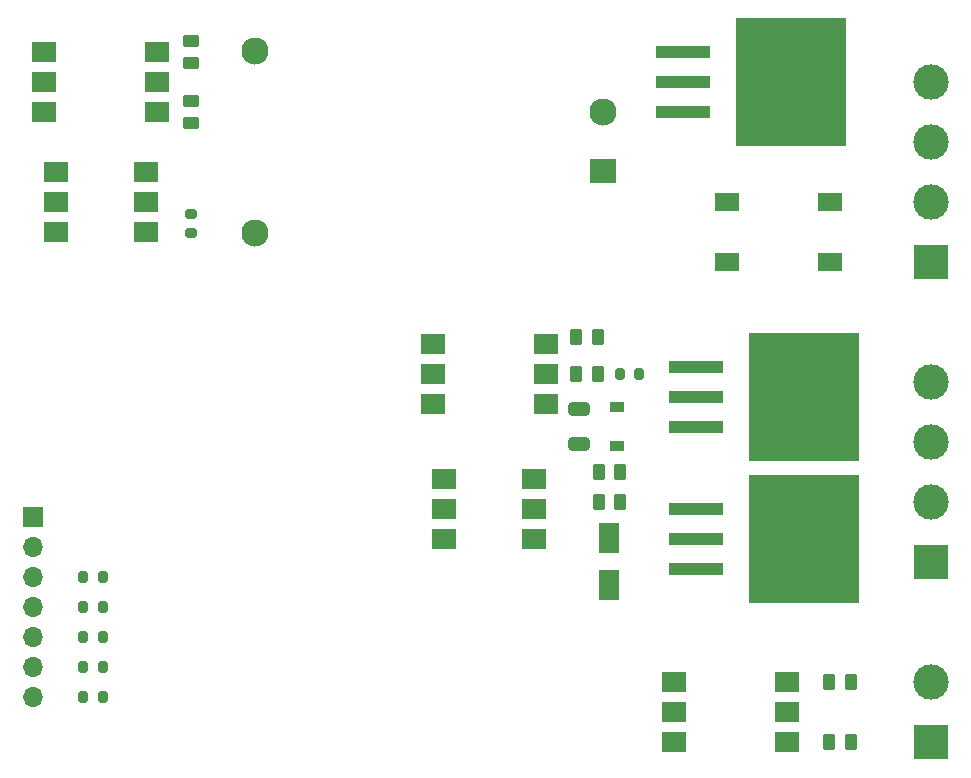
<source format=gts>
G04 #@! TF.GenerationSoftware,KiCad,Pcbnew,(6.0.0-0)*
G04 #@! TF.CreationDate,2022-03-09T14:35:57+01:00*
G04 #@! TF.ProjectId,prototype-2,70726f74-6f74-4797-9065-2d322e6b6963,rev?*
G04 #@! TF.SameCoordinates,Original*
G04 #@! TF.FileFunction,Soldermask,Top*
G04 #@! TF.FilePolarity,Negative*
%FSLAX46Y46*%
G04 Gerber Fmt 4.6, Leading zero omitted, Abs format (unit mm)*
G04 Created by KiCad (PCBNEW (6.0.0-0)) date 2022-03-09 14:35:57*
%MOMM*%
%LPD*%
G01*
G04 APERTURE LIST*
G04 Aperture macros list*
%AMRoundRect*
0 Rectangle with rounded corners*
0 $1 Rounding radius*
0 $2 $3 $4 $5 $6 $7 $8 $9 X,Y pos of 4 corners*
0 Add a 4 corners polygon primitive as box body*
4,1,4,$2,$3,$4,$5,$6,$7,$8,$9,$2,$3,0*
0 Add four circle primitives for the rounded corners*
1,1,$1+$1,$2,$3*
1,1,$1+$1,$4,$5*
1,1,$1+$1,$6,$7*
1,1,$1+$1,$8,$9*
0 Add four rect primitives between the rounded corners*
20,1,$1+$1,$2,$3,$4,$5,0*
20,1,$1+$1,$4,$5,$6,$7,0*
20,1,$1+$1,$6,$7,$8,$9,0*
20,1,$1+$1,$8,$9,$2,$3,0*%
G04 Aperture macros list end*
%ADD10RoundRect,0.250000X-0.262500X-0.450000X0.262500X-0.450000X0.262500X0.450000X-0.262500X0.450000X0*%
%ADD11RoundRect,0.250000X0.262500X0.450000X-0.262500X0.450000X-0.262500X-0.450000X0.262500X-0.450000X0*%
%ADD12R,4.600000X1.100000*%
%ADD13R,9.400000X10.800000*%
%ADD14R,1.800000X2.500000*%
%ADD15R,2.000000X1.780000*%
%ADD16RoundRect,0.200000X-0.275000X0.200000X-0.275000X-0.200000X0.275000X-0.200000X0.275000X0.200000X0*%
%ADD17R,1.200000X0.900000*%
%ADD18R,3.000000X3.000000*%
%ADD19C,3.000000*%
%ADD20RoundRect,0.200000X-0.200000X-0.275000X0.200000X-0.275000X0.200000X0.275000X-0.200000X0.275000X0*%
%ADD21RoundRect,0.200000X0.200000X0.275000X-0.200000X0.275000X-0.200000X-0.275000X0.200000X-0.275000X0*%
%ADD22RoundRect,0.250000X-0.450000X0.262500X-0.450000X-0.262500X0.450000X-0.262500X0.450000X0.262500X0*%
%ADD23R,1.700000X1.700000*%
%ADD24O,1.700000X1.700000*%
%ADD25R,2.300000X2.000000*%
%ADD26C,2.300000*%
%ADD27R,2.000000X1.500000*%
%ADD28RoundRect,0.250000X0.650000X-0.325000X0.650000X0.325000X-0.650000X0.325000X-0.650000X-0.325000X0*%
G04 APERTURE END LIST*
D10*
X158992500Y-93980000D03*
X160817500Y-93980000D03*
D11*
X158992500Y-91440000D03*
X160817500Y-91440000D03*
D12*
X167265000Y-94615000D03*
X167265000Y-97155000D03*
D13*
X176415000Y-97155000D03*
D12*
X167265000Y-99695000D03*
D14*
X159905000Y-97060000D03*
X159905000Y-101060000D03*
D15*
X154510000Y-85725000D03*
X154510000Y-83185000D03*
X154510000Y-80645000D03*
X144980000Y-80645000D03*
X144980000Y-83185000D03*
X144980000Y-85725000D03*
D11*
X157087500Y-80010000D03*
X158912500Y-80010000D03*
D16*
X124460000Y-69595000D03*
X124460000Y-71245000D03*
D17*
X160540000Y-89280000D03*
X160540000Y-85980000D03*
D18*
X187125000Y-99060000D03*
D19*
X187125000Y-93980000D03*
X187125000Y-88900000D03*
X187125000Y-83820000D03*
D20*
X115380000Y-110490000D03*
X117030000Y-110490000D03*
D11*
X180340000Y-114300000D03*
X178515000Y-114300000D03*
D21*
X117030000Y-100330000D03*
X115380000Y-100330000D03*
D20*
X115380000Y-107950000D03*
X117030000Y-107950000D03*
X115380000Y-102870000D03*
X117030000Y-102870000D03*
D22*
X124460000Y-60047500D03*
X124460000Y-61872500D03*
D23*
X111125000Y-95250000D03*
D24*
X111125000Y-97790000D03*
X111125000Y-100330000D03*
X111125000Y-102870000D03*
X111125000Y-105410000D03*
X111125000Y-107950000D03*
X111125000Y-110490000D03*
D15*
X113030000Y-66040000D03*
X113030000Y-68580000D03*
X113030000Y-71120000D03*
X120650000Y-71120000D03*
X120650000Y-68580000D03*
X120650000Y-66040000D03*
D11*
X158912500Y-83185000D03*
X157087500Y-83185000D03*
D15*
X121605000Y-60960000D03*
X121605000Y-58420000D03*
X121605000Y-55880000D03*
X112075000Y-55880000D03*
X112075000Y-58420000D03*
X112075000Y-60960000D03*
X145935000Y-92075000D03*
X145935000Y-94615000D03*
X145935000Y-97155000D03*
X153555000Y-97155000D03*
X153555000Y-94615000D03*
X153555000Y-92075000D03*
D12*
X167265000Y-82550000D03*
D13*
X176415000Y-85090000D03*
D12*
X167265000Y-85090000D03*
X167265000Y-87630000D03*
D18*
X187125000Y-114300000D03*
D19*
X187125000Y-109220000D03*
D21*
X162445000Y-83185000D03*
X160795000Y-83185000D03*
D25*
X159342500Y-66000000D03*
D26*
X159342500Y-61000000D03*
X129942500Y-71200000D03*
X129942500Y-55800000D03*
D27*
X169885000Y-68570000D03*
X169885000Y-73670000D03*
X178625000Y-73670000D03*
X178625000Y-68570000D03*
D28*
X157365000Y-86155000D03*
X157365000Y-89105000D03*
D11*
X180340000Y-109220000D03*
X178515000Y-109220000D03*
D15*
X174945000Y-114300000D03*
X174945000Y-111760000D03*
X174945000Y-109220000D03*
X165415000Y-109220000D03*
X165415000Y-111760000D03*
X165415000Y-114300000D03*
D18*
X187125000Y-73660000D03*
D19*
X187125000Y-68580000D03*
X187125000Y-63500000D03*
X187125000Y-58420000D03*
D12*
X166110000Y-55880000D03*
X166110000Y-58420000D03*
D13*
X175260000Y-58420000D03*
D12*
X166110000Y-60960000D03*
D21*
X115380000Y-105410000D03*
X117030000Y-105410000D03*
D22*
X124460000Y-54967500D03*
X124460000Y-56792500D03*
M02*

</source>
